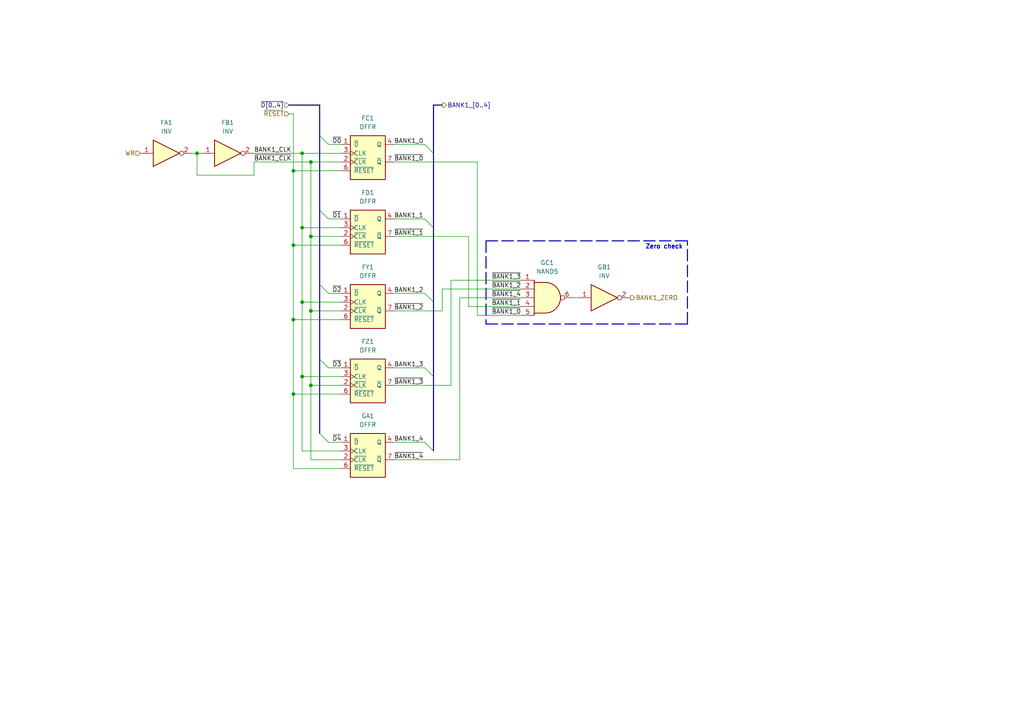
<source format=kicad_sch>
(kicad_sch (version 20231120) (generator "eeschema") (generator_version "8.0")
  (paper "A4")
  (title_block (title "MBC1B - BANK1 register (0x2000-0x3FFF)") (date "2024-04-07") (rev "A") (company "https://gekkio.fi") (comment 1 "https://github.com/Gekkio/gb-research"))
  (lib_symbols
    (symbol "MBC1B:DFFR" (pin_names (offset 1.016))
      (property "Reference" "U" (at 0 6.35 0))
      (property "Value" "DFFR" (at 0 -8.89 0))
      (symbol "DFFR_0_1"
        (rectangle (start -5.08 5.08) (end 5.08 -7.62) (stroke (width 0.254)) (fill (type background)))
      )
      (symbol "DFFR_1_1"
        (pin input line (at -7.62 2.54 0) (length 2.54) (name "~{D}") (number "1"))
        (pin passive clock (at -7.62 -2.54 0) (length 2.54) (name "~{CLK}") (number "2"))
        (pin input clock (at -7.62 0 0) (length 2.54) (name "CLK") (number "3"))
        (pin output line (at 7.62 2.54 180) (length 2.54) (name "Q") (number "4"))
        (pin input line (at -7.62 -5.08 0) (length 2.54) (name "~{RESET}") (number "6"))
        (pin output line (at 7.62 -2.54 180) (length 2.54) (name "~{Q}") (number "7"))
      )
    )
    (symbol "MBC1B:INV" (pin_names (offset 1.016) hide)
      (property "Reference" "U" (at 0 5.08 0))
      (property "Value" "INV" (at 0 -5.08 0))
      (symbol "INV_1_0"
        (polyline (pts (xy -3.81 3.81) (xy -3.81 -3.81) (xy 3.81 0) (xy -3.81 3.81)) (stroke (width 0.254)) (fill (type background)))
        (pin input line (at -7.62 0 0) (length 3.81) (name "A") (number "1"))
        (pin output inverted (at 7.62 0 180) (length 3.81) (name "Y") (number "2"))
      )
    )
    (symbol "MBC1B:NAND5" (pin_names (offset 1.016) hide)
      (property "Reference" "U" (at 0 6.35 0))
      (property "Value" "NAND5" (at 0 -6.35 0))
      (symbol "NAND5_0_1"
        (polyline (pts (xy -3.81 -5.08) (xy -3.81 -4.445)) (stroke (width 0.254)))
        (polyline (pts (xy -3.81 5.08) (xy -3.81 4.445)) (stroke (width 0.254)))
      )
      (symbol "NAND5_1_1"
        (arc (start -0.635 -4.445) (mid 3.7907 0) (end -0.635 4.445) (stroke (width 0.254)) (fill (type background)))
        (polyline (pts (xy -0.635 4.445) (xy -3.81 4.445) (xy -3.81 -4.445) (xy -0.635 -4.445)) (stroke (width 0.254)) (fill (type background)))
        (pin input line (at -7.62 5.08 0) (length 3.81) (name "A") (number "1"))
        (pin input line (at -7.62 2.54 0) (length 3.81) (name "B") (number "2"))
        (pin input line (at -7.62 0 0) (length 3.81) (name "C") (number "3"))
        (pin input line (at -7.62 -2.54 0) (length 3.81) (name "D") (number "4"))
        (pin input line (at -7.62 -5.08 0) (length 3.81) (name "E") (number "5"))
        (pin output inverted (at 7.62 0 180) (length 3.81) (name "Y") (number "6"))
      )
    )
  )
  (junction (at 90.17 68.58))
  (junction (at 85.09 49.53))
  (junction (at 87.63 66.04))
  (junction (at 85.09 114.3))
  (junction (at 90.17 111.76))
  (junction (at 90.17 46.99))
  (junction (at 85.09 92.71))
  (junction (at 87.63 87.63))
  (junction (at 87.63 109.22))
  (junction (at 87.63 44.45))
  (junction (at 85.09 71.12))
  (junction (at 57.15 44.45))
  (junction (at 90.17 90.17))
  (bus_entry (at 92.71 125.73) (size 2.54 2.54))
  (bus_entry (at 123.19 63.5) (size 2.54 2.54))
  (bus_entry (at 123.19 41.91) (size 2.54 2.54))
  (bus_entry (at 123.19 128.27) (size 2.54 2.54))
  (bus_entry (at 123.19 85.09) (size 2.54 2.54))
  (bus_entry (at 123.19 106.68) (size 2.54 2.54))
  (bus_entry (at 92.71 39.37) (size 2.54 2.54))
  (bus_entry (at 92.71 104.14) (size 2.54 2.54))
  (bus_entry (at 92.71 82.55) (size 2.54 2.54))
  (bus_entry (at 92.71 60.96) (size 2.54 2.54))
  (wire (pts (xy 90.17 90.17) (xy 99.06 90.17)))
  (wire (pts (xy 114.3 111.76) (xy 130.81 111.76)))
  (wire (pts (xy 55.88 44.45) (xy 57.15 44.45)))
  (bus (pts (xy 125.73 30.48) (xy 128.27 30.48)))
  (wire (pts (xy 99.06 114.3) (xy 85.09 114.3)))
  (polyline (pts (xy 140.97 93.98) (xy 199.39 93.98)) (stroke (width 0.3048) (type dash)))
  (bus (pts (xy 125.73 44.45) (xy 125.73 66.04)))
  (wire (pts (xy 87.63 109.22) (xy 87.63 130.81)))
  (wire (pts (xy 99.06 135.89) (xy 85.09 135.89)))
  (wire (pts (xy 133.35 86.36) (xy 151.13 86.36)))
  (wire (pts (xy 85.09 71.12) (xy 85.09 92.71)))
  (wire (pts (xy 87.63 44.45) (xy 99.06 44.45)))
  (wire (pts (xy 151.13 88.9) (xy 135.89 88.9)))
  (wire (pts (xy 57.15 50.8) (xy 73.66 50.8)))
  (wire (pts (xy 135.89 68.58) (xy 114.3 68.58)))
  (bus (pts (xy 92.71 30.48) (xy 92.71 39.37)))
  (wire (pts (xy 90.17 68.58) (xy 99.06 68.58)))
  (wire (pts (xy 138.43 46.99) (xy 114.3 46.99)))
  (bus (pts (xy 125.73 109.22) (xy 125.73 130.81)))
  (bus (pts (xy 125.73 66.04) (xy 125.73 87.63)))
  (wire (pts (xy 73.66 44.45) (xy 87.63 44.45)))
  (wire (pts (xy 87.63 87.63) (xy 87.63 109.22)))
  (wire (pts (xy 114.3 128.27) (xy 123.19 128.27)))
  (wire (pts (xy 87.63 109.22) (xy 99.06 109.22)))
  (bus (pts (xy 125.73 44.45) (xy 125.73 30.48)))
  (polyline (pts (xy 140.97 69.85) (xy 199.39 69.85)) (stroke (width 0.3048) (type dash)))
  (bus (pts (xy 92.71 60.96) (xy 92.71 82.55)))
  (wire (pts (xy 90.17 111.76) (xy 90.17 90.17)))
  (wire (pts (xy 57.15 44.45) (xy 57.15 50.8)))
  (wire (pts (xy 73.66 46.99) (xy 90.17 46.99)))
  (wire (pts (xy 90.17 111.76) (xy 90.17 133.35)))
  (wire (pts (xy 166.37 86.36) (xy 167.64 86.36)))
  (wire (pts (xy 128.27 83.82) (xy 151.13 83.82)))
  (wire (pts (xy 83.82 33.02) (xy 85.09 33.02)))
  (wire (pts (xy 90.17 46.99) (xy 90.17 68.58)))
  (polyline (pts (xy 199.39 93.98) (xy 199.39 69.85)) (stroke (width 0.3048) (type dash)))
  (wire (pts (xy 114.3 41.91) (xy 123.19 41.91)))
  (wire (pts (xy 95.25 128.27) (xy 99.06 128.27)))
  (wire (pts (xy 99.06 133.35) (xy 90.17 133.35)))
  (wire (pts (xy 114.3 133.35) (xy 133.35 133.35)))
  (wire (pts (xy 95.25 85.09) (xy 99.06 85.09)))
  (polyline (pts (xy 140.97 69.85) (xy 140.97 93.98)) (stroke (width 0.3048) (type dash)))
  (wire (pts (xy 87.63 66.04) (xy 99.06 66.04)))
  (wire (pts (xy 114.3 106.68) (xy 123.19 106.68)))
  (bus (pts (xy 92.71 82.55) (xy 92.71 104.14)))
  (wire (pts (xy 99.06 49.53) (xy 85.09 49.53)))
  (wire (pts (xy 85.09 114.3) (xy 85.09 92.71)))
  (wire (pts (xy 114.3 85.09) (xy 123.19 85.09)))
  (wire (pts (xy 85.09 49.53) (xy 85.09 71.12)))
  (wire (pts (xy 85.09 114.3) (xy 85.09 135.89)))
  (wire (pts (xy 99.06 111.76) (xy 90.17 111.76)))
  (bus (pts (xy 92.71 104.14) (xy 92.71 125.73)))
  (bus (pts (xy 92.71 39.37) (xy 92.71 60.96)))
  (wire (pts (xy 95.25 41.91) (xy 99.06 41.91)))
  (wire (pts (xy 95.25 106.68) (xy 99.06 106.68)))
  (wire (pts (xy 151.13 91.44) (xy 138.43 91.44)))
  (bus (pts (xy 125.73 87.63) (xy 125.73 109.22)))
  (wire (pts (xy 87.63 130.81) (xy 99.06 130.81)))
  (bus (pts (xy 83.82 30.48) (xy 92.71 30.48)))
  (wire (pts (xy 133.35 133.35) (xy 133.35 86.36)))
  (wire (pts (xy 128.27 90.17) (xy 128.27 83.82)))
  (wire (pts (xy 114.3 63.5) (xy 123.19 63.5)))
  (wire (pts (xy 135.89 88.9) (xy 135.89 68.58)))
  (wire (pts (xy 130.81 111.76) (xy 130.81 81.28)))
  (wire (pts (xy 130.81 81.28) (xy 151.13 81.28)))
  (wire (pts (xy 73.66 50.8) (xy 73.66 46.99)))
  (wire (pts (xy 90.17 90.17) (xy 90.17 68.58)))
  (wire (pts (xy 90.17 46.99) (xy 99.06 46.99)))
  (wire (pts (xy 85.09 92.71) (xy 99.06 92.71)))
  (wire (pts (xy 85.09 71.12) (xy 99.06 71.12)))
  (wire (pts (xy 87.63 87.63) (xy 99.06 87.63)))
  (wire (pts (xy 114.3 90.17) (xy 128.27 90.17)))
  (wire (pts (xy 85.09 33.02) (xy 85.09 49.53)))
  (wire (pts (xy 57.15 44.45) (xy 58.42 44.45)))
  (wire (pts (xy 87.63 44.45) (xy 87.63 66.04)))
  (wire (pts (xy 95.25 63.5) (xy 99.06 63.5)))
  (wire (pts (xy 138.43 91.44) (xy 138.43 46.99)))
  (wire (pts (xy 87.63 66.04) (xy 87.63 87.63)))
  (text "Zero check" (at 198.12 72.39 0) (effects (font (size 1.27 1.27) (bold yes)) (justify right bottom)))
  (label "BANK1_3" (at 114.3 106.68 0))
  (label "~{BANK1_0}" (at 151.13 91.44 180))
  (label "~{BANK1_3}" (at 151.13 81.28 180))
  (label "~{BANK1_CLK}" (at 73.66 46.99 0))
  (label "BANK1_1" (at 114.3 63.5 0))
  (label "~{D4}" (at 99.06 128.27 180))
  (label "~{BANK1_0}" (at 114.3 46.99 0))
  (label "~{D0}" (at 99.06 41.91 180))
  (label "~{D1}" (at 99.06 63.5 180))
  (label "BANK1_4" (at 114.3 128.27 0))
  (label "~{BANK1_2}" (at 151.13 83.82 180))
  (label "~{BANK1_1}" (at 114.3 68.58 0))
  (label "BANK1_CLK" (at 73.66 44.45 0))
  (label "~{D3}" (at 99.06 106.68 180))
  (label "~{BANK1_1}" (at 151.13 88.9 180))
  (label "BANK1_0" (at 114.3 41.91 0))
  (label "BANK1_2" (at 114.3 85.09 0))
  (label "~{BANK1_2}" (at 114.3 90.17 0))
  (label "~{BANK1_3}" (at 114.3 111.76 0))
  (label "~{D2}" (at 99.06 85.09 180))
  (label "~{BANK1_4}" (at 151.13 86.36 180))
  (label "~{BANK1_4}" (at 114.3 133.35 0))
  (hierarchical_label "~{D[0..4]}" (shape input) (at 83.82 30.48 180))
  (hierarchical_label "~{RESET}" (shape input) (at 83.82 33.02 180))
  (hierarchical_label "BANK1_ZERO" (shape output) (at 182.88 86.36 0))
  (hierarchical_label "BANK1_[0..4]" (shape output) (at 128.27 30.48 0))
  (hierarchical_label "WR" (shape input) (at 40.64 44.45 180))
  (symbol (lib_id "MBC1B:INV") (at 66.04 44.45 0) (unit 1)
    (property "Reference" "FB1" (at 66.04 35.56 0))
    (property "Value" "INV" (at 66.04 38.1 0))
  )
  (symbol (lib_id "MBC1B:DFFR") (at 106.68 87.63 0) (unit 1)
    (property "Reference" "FY1" (at 106.68 77.47 0))
    (property "Value" "DFFR" (at 106.68 80.01 0))
    (property "Description" "rising edge triggered master-slave D flip flop (AFER)" (effects (hide yes)))
  )
  (symbol (lib_id "MBC1B:DFFR") (at 106.68 109.22 0) (unit 1)
    (property "Reference" "FZ1" (at 106.68 99.06 0))
    (property "Value" "DFFR" (at 106.68 101.6 0))
    (property "Description" "rising edge triggered master-slave D flip flop (AFER)" (effects (hide yes)))
  )
  (symbol (lib_id "MBC1B:INV") (at 48.26 44.45 0) (unit 1)
    (property "Reference" "FA1" (at 48.26 35.56 0))
    (property "Value" "INV" (at 48.26 38.1 0))
  )
  (symbol (lib_id "MBC1B:INV") (at 175.26 86.36 0) (unit 1)
    (property "Reference" "GB1" (at 175.26 77.47 0))
    (property "Value" "INV" (at 175.26 80.01 0))
  )
  (symbol (lib_id "MBC1B:DFFR") (at 106.68 66.04 0) (unit 1)
    (property "Reference" "FD1" (at 106.68 55.88 0))
    (property "Value" "DFFR" (at 106.68 58.42 0))
    (property "Description" "rising edge triggered master-slave D flip flop (AFER)" (effects (hide yes)))
  )
  (symbol (lib_id "MBC1B:DFFR") (at 106.68 44.45 0) (unit 1)
    (property "Reference" "FC1" (at 106.68 34.29 0))
    (property "Value" "DFFR" (at 106.68 36.83 0))
    (property "Description" "rising edge triggered master-slave D flip flop (AFER)" (effects (hide yes)))
  )
  (symbol (lib_id "MBC1B:DFFR") (at 106.68 130.81 0) (unit 1)
    (property "Reference" "GA1" (at 106.68 120.65 0))
    (property "Value" "DFFR" (at 106.68 123.19 0))
    (property "Description" "rising edge triggered master-slave D flip flop (AFER)" (effects (hide yes)))
  )
  (symbol (lib_id "MBC1B:NAND5") (at 158.75 86.36 0) (unit 1)
    (property "Reference" "GC1" (at 158.75 76.2 0))
    (property "Value" "NAND5" (at 158.75 78.74 0))
  )
)
</source>
